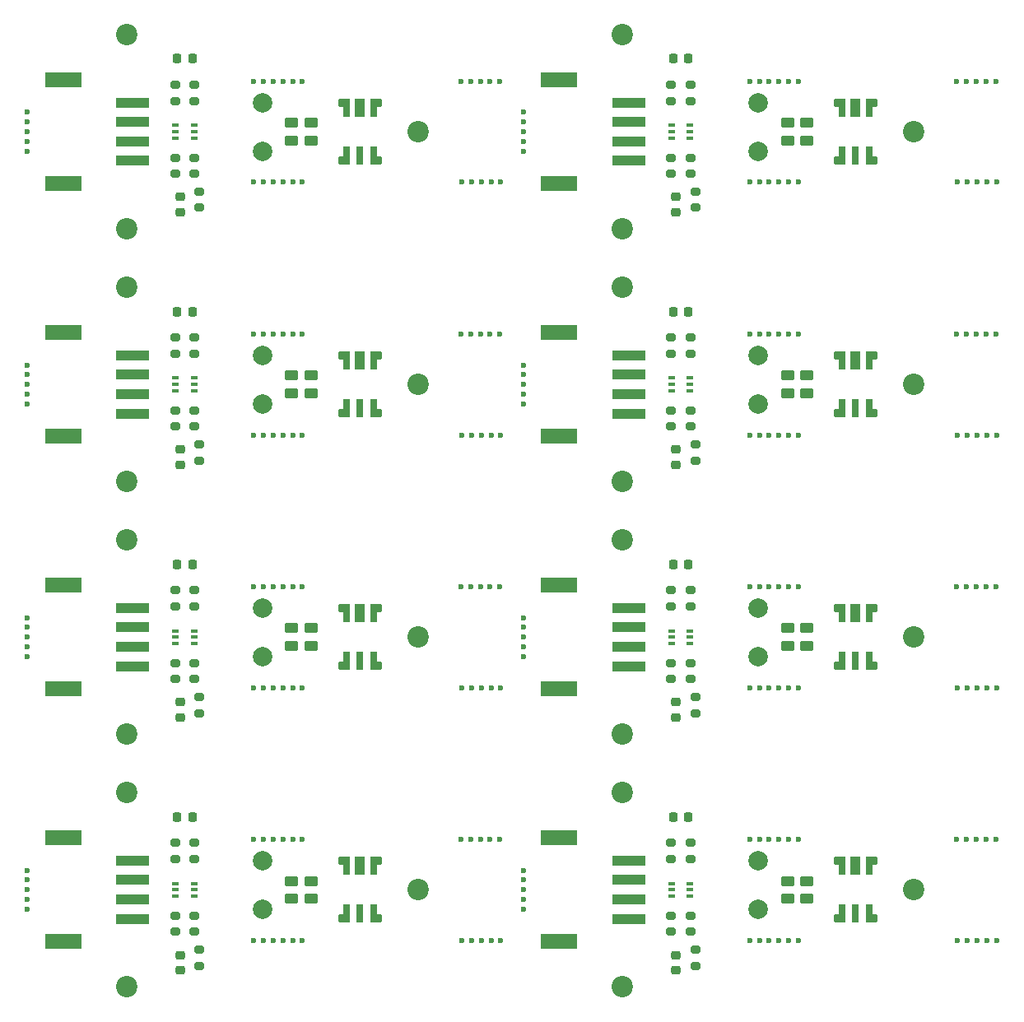
<source format=gbr>
%TF.GenerationSoftware,KiCad,Pcbnew,9.0.3*%
%TF.CreationDate,2025-08-08T18:23:31+02:00*%
%TF.ProjectId,iagabel-panel,69616761-6265-46c2-9d70-616e656c2e6b,rev?*%
%TF.SameCoordinates,Original*%
%TF.FileFunction,Soldermask,Top*%
%TF.FilePolarity,Negative*%
%FSLAX46Y46*%
G04 Gerber Fmt 4.6, Leading zero omitted, Abs format (unit mm)*
G04 Created by KiCad (PCBNEW 9.0.3) date 2025-08-08 18:23:31*
%MOMM*%
%LPD*%
G01*
G04 APERTURE LIST*
G04 Aperture macros list*
%AMRoundRect*
0 Rectangle with rounded corners*
0 $1 Rounding radius*
0 $2 $3 $4 $5 $6 $7 $8 $9 X,Y pos of 4 corners*
0 Add a 4 corners polygon primitive as box body*
4,1,4,$2,$3,$4,$5,$6,$7,$8,$9,$2,$3,0*
0 Add four circle primitives for the rounded corners*
1,1,$1+$1,$2,$3*
1,1,$1+$1,$4,$5*
1,1,$1+$1,$6,$7*
1,1,$1+$1,$8,$9*
0 Add four rect primitives between the rounded corners*
20,1,$1+$1,$2,$3,$4,$5,0*
20,1,$1+$1,$4,$5,$6,$7,0*
20,1,$1+$1,$6,$7,$8,$9,0*
20,1,$1+$1,$8,$9,$2,$3,0*%
G04 Aperture macros list end*
%ADD10RoundRect,0.250000X0.450000X-0.262500X0.450000X0.262500X-0.450000X0.262500X-0.450000X-0.262500X0*%
%ADD11C,2.000000*%
%ADD12RoundRect,0.200000X0.275000X-0.200000X0.275000X0.200000X-0.275000X0.200000X-0.275000X-0.200000X0*%
%ADD13RoundRect,0.100000X0.225000X0.100000X-0.225000X0.100000X-0.225000X-0.100000X0.225000X-0.100000X0*%
%ADD14RoundRect,0.200000X-0.275000X0.200000X-0.275000X-0.200000X0.275000X-0.200000X0.275000X0.200000X0*%
%ADD15RoundRect,0.218750X-0.256250X0.218750X-0.256250X-0.218750X0.256250X-0.218750X0.256250X0.218750X0*%
%ADD16C,2.200000*%
%ADD17RoundRect,0.225000X-0.225000X-0.250000X0.225000X-0.250000X0.225000X0.250000X-0.225000X0.250000X0*%
%ADD18R,0.700000X1.900000*%
%ADD19RoundRect,0.135000X-0.465000X-0.315000X0.465000X-0.315000X0.465000X0.315000X-0.465000X0.315000X0*%
%ADD20R,1.000000X1.900000*%
%ADD21R,3.800000X1.500000*%
%ADD22R,3.500000X1.000000*%
%ADD23C,0.600000*%
G04 APERTURE END LIST*
D10*
%TO.C,R2*%
X27000000Y-87087500D03*
X27000000Y-88912500D03*
%TD*%
D11*
%TO.C,TP2*%
X24000000Y-85000000D03*
%TD*%
D12*
%TO.C,R4*%
X15000000Y-83175000D03*
X15000000Y-84825000D03*
%TD*%
D13*
%TO.C,U1*%
X15050000Y-88650000D03*
X15050000Y-88000000D03*
X15050000Y-87350000D03*
X16950000Y-87350000D03*
X16950000Y-88000000D03*
X16950000Y-88650000D03*
%TD*%
D14*
%TO.C,R7*%
X17000000Y-92325000D03*
X17000000Y-90675000D03*
%TD*%
D11*
%TO.C,TP1*%
X24000000Y-90000000D03*
%TD*%
D15*
%TO.C,D1*%
X15500000Y-96287500D03*
X15500000Y-94712500D03*
%TD*%
D16*
%TO.C,H1*%
X10000000Y-78000000D03*
%TD*%
D14*
%TO.C,R6*%
X15000000Y-92325000D03*
X15000000Y-90675000D03*
%TD*%
%TO.C,R5*%
X17500000Y-95825000D03*
X17500000Y-94175000D03*
%TD*%
D17*
%TO.C,C1*%
X16775000Y-80500000D03*
X15225000Y-80500000D03*
%TD*%
D18*
%TO.C,K1*%
X32600000Y-85550000D03*
D19*
X32350000Y-85050000D03*
D20*
X34000000Y-85550000D03*
D19*
X35650000Y-85050000D03*
D18*
X35400000Y-85550000D03*
D19*
X35650000Y-90950000D03*
D18*
X35400000Y-90450000D03*
X34000000Y-90450000D03*
X32600000Y-90450000D03*
D19*
X32350000Y-90950000D03*
%TD*%
D12*
%TO.C,R3*%
X17000000Y-83175000D03*
X17000000Y-84825000D03*
%TD*%
D16*
%TO.C,H3*%
X10000000Y-98000000D03*
%TD*%
%TO.C,H2*%
X40000000Y-88000000D03*
%TD*%
D21*
%TO.C,J1*%
X3500000Y-93350000D03*
X3500000Y-82650000D03*
D22*
X10650000Y-85000000D03*
X10650000Y-87000000D03*
X10650000Y-89000000D03*
X10650000Y-91000000D03*
%TD*%
D10*
%TO.C,R1*%
X29000000Y-87087500D03*
X29000000Y-88912500D03*
%TD*%
D23*
%TO.C,REF\u002A\u002A3*%
X25100000Y-93200000D03*
%TD*%
%TO.C,REF\u002A\u002A3*%
X25100000Y-82800000D03*
%TD*%
%TO.C,REF\u002A\u002A2*%
X24100000Y-93200000D03*
%TD*%
%TO.C,REF\u002A\u002A7*%
X-200000Y-88000000D03*
%TD*%
%TO.C,REF\u002A\u002A1*%
X23100000Y-93200000D03*
%TD*%
%TO.C,REF\u002A\u002A4*%
X26100000Y-93200000D03*
%TD*%
%TO.C,REF\u002A\u002A11*%
X46400000Y-82800000D03*
%TD*%
%TO.C,REF\u002A\u002A5*%
X-200000Y-86000000D03*
%TD*%
%TO.C,REF\u002A\u002A*%
X28100000Y-93200000D03*
%TD*%
%TO.C,REF\u002A\u002A2*%
X24100000Y-82800000D03*
%TD*%
%TO.C,REF\u002A\u002A5*%
X48500000Y-93200000D03*
%TD*%
%TO.C,REF\u002A\u002A1*%
X23100000Y-82800000D03*
%TD*%
%TO.C,REF\u002A\u002A9*%
X44400000Y-82800000D03*
%TD*%
%TO.C,REF\u002A\u002A11*%
X46500000Y-93200000D03*
%TD*%
%TO.C,REF\u002A\u002A*%
X27100000Y-93200000D03*
%TD*%
%TO.C,REF\u002A\u002A4*%
X26100000Y-82800000D03*
%TD*%
%TO.C,REF\u002A\u002A*%
X28100000Y-82800000D03*
%TD*%
%TO.C,REF\u002A\u002A8*%
X-200000Y-89000000D03*
%TD*%
%TO.C,REF\u002A\u002A*%
X27100000Y-82800000D03*
%TD*%
%TO.C,REF\u002A\u002A10*%
X45500000Y-93200000D03*
%TD*%
%TO.C,REF\u002A\u002A*%
X-200000Y-90000000D03*
%TD*%
%TO.C,REF\u002A\u002A10*%
X45400000Y-82800000D03*
%TD*%
%TO.C,REF\u002A\u002A6*%
X-200000Y-87000000D03*
%TD*%
%TO.C,REF\u002A\u002A5*%
X48400000Y-82800000D03*
%TD*%
%TO.C,REF\u002A\u002A12*%
X47500000Y-93200000D03*
%TD*%
%TO.C,REF\u002A\u002A12*%
X47400000Y-82800000D03*
%TD*%
%TO.C,REF\u002A\u002A9*%
X44500000Y-93200000D03*
%TD*%
D17*
%TO.C,C1*%
X67775000Y-54500000D03*
X66225000Y-54500000D03*
%TD*%
D12*
%TO.C,R4*%
X66000000Y-57175000D03*
X66000000Y-58825000D03*
%TD*%
D16*
%TO.C,H2*%
X91000000Y-62000000D03*
%TD*%
D21*
%TO.C,J1*%
X54500000Y-67350000D03*
X54500000Y-56650000D03*
D22*
X61650000Y-59000000D03*
X61650000Y-61000000D03*
X61650000Y-63000000D03*
X61650000Y-65000000D03*
%TD*%
D16*
%TO.C,H1*%
X61000000Y-52000000D03*
%TD*%
D15*
%TO.C,D1*%
X66500000Y-70287500D03*
X66500000Y-68712500D03*
%TD*%
D12*
%TO.C,R3*%
X68000000Y-57175000D03*
X68000000Y-58825000D03*
%TD*%
D14*
%TO.C,R6*%
X66000000Y-66325000D03*
X66000000Y-64675000D03*
%TD*%
%TO.C,R5*%
X68500000Y-69825000D03*
X68500000Y-68175000D03*
%TD*%
D13*
%TO.C,U1*%
X66050000Y-62650000D03*
X66050000Y-62000000D03*
X66050000Y-61350000D03*
X67950000Y-61350000D03*
X67950000Y-62000000D03*
X67950000Y-62650000D03*
%TD*%
D14*
%TO.C,R7*%
X68000000Y-66325000D03*
X68000000Y-64675000D03*
%TD*%
D18*
%TO.C,K1*%
X83600000Y-59550000D03*
D19*
X83350000Y-59050000D03*
D20*
X85000000Y-59550000D03*
D19*
X86650000Y-59050000D03*
D18*
X86400000Y-59550000D03*
D19*
X86650000Y-64950000D03*
D18*
X86400000Y-64450000D03*
X85000000Y-64450000D03*
X83600000Y-64450000D03*
D19*
X83350000Y-64950000D03*
%TD*%
D16*
%TO.C,H3*%
X61000000Y-72000000D03*
%TD*%
D10*
%TO.C,R1*%
X80000000Y-61087500D03*
X80000000Y-62912500D03*
%TD*%
%TO.C,R2*%
X78000000Y-61087500D03*
X78000000Y-62912500D03*
%TD*%
D11*
%TO.C,TP1*%
X75000000Y-64000000D03*
%TD*%
%TO.C,TP2*%
X75000000Y-59000000D03*
%TD*%
D23*
%TO.C,REF\u002A\u002A3*%
X76100000Y-67200000D03*
%TD*%
%TO.C,REF\u002A\u002A3*%
X76100000Y-56800000D03*
%TD*%
%TO.C,REF\u002A\u002A2*%
X75100000Y-67200000D03*
%TD*%
%TO.C,REF\u002A\u002A7*%
X50800000Y-62000000D03*
%TD*%
%TO.C,REF\u002A\u002A1*%
X74100000Y-67200000D03*
%TD*%
%TO.C,REF\u002A\u002A4*%
X77100000Y-67200000D03*
%TD*%
%TO.C,REF\u002A\u002A11*%
X97400000Y-56800000D03*
%TD*%
%TO.C,REF\u002A\u002A5*%
X50800000Y-60000000D03*
%TD*%
%TO.C,REF\u002A\u002A*%
X79100000Y-67200000D03*
%TD*%
%TO.C,REF\u002A\u002A2*%
X75100000Y-56800000D03*
%TD*%
%TO.C,REF\u002A\u002A5*%
X99500000Y-67200000D03*
%TD*%
%TO.C,REF\u002A\u002A1*%
X74100000Y-56800000D03*
%TD*%
%TO.C,REF\u002A\u002A9*%
X95400000Y-56800000D03*
%TD*%
%TO.C,REF\u002A\u002A11*%
X97500000Y-67200000D03*
%TD*%
%TO.C,REF\u002A\u002A*%
X78100000Y-67200000D03*
%TD*%
%TO.C,REF\u002A\u002A4*%
X77100000Y-56800000D03*
%TD*%
%TO.C,REF\u002A\u002A*%
X79100000Y-56800000D03*
%TD*%
%TO.C,REF\u002A\u002A8*%
X50800000Y-63000000D03*
%TD*%
%TO.C,REF\u002A\u002A*%
X78100000Y-56800000D03*
%TD*%
%TO.C,REF\u002A\u002A10*%
X96500000Y-67200000D03*
%TD*%
%TO.C,REF\u002A\u002A*%
X50800000Y-64000000D03*
%TD*%
%TO.C,REF\u002A\u002A10*%
X96400000Y-56800000D03*
%TD*%
%TO.C,REF\u002A\u002A6*%
X50800000Y-61000000D03*
%TD*%
%TO.C,REF\u002A\u002A5*%
X99400000Y-56800000D03*
%TD*%
%TO.C,REF\u002A\u002A12*%
X98500000Y-67200000D03*
%TD*%
%TO.C,REF\u002A\u002A12*%
X98400000Y-56800000D03*
%TD*%
%TO.C,REF\u002A\u002A9*%
X95500000Y-67200000D03*
%TD*%
D14*
%TO.C,R5*%
X17500000Y-69825000D03*
X17500000Y-68175000D03*
%TD*%
D18*
%TO.C,K1*%
X32600000Y-59550000D03*
D19*
X32350000Y-59050000D03*
D20*
X34000000Y-59550000D03*
D19*
X35650000Y-59050000D03*
D18*
X35400000Y-59550000D03*
D19*
X35650000Y-64950000D03*
D18*
X35400000Y-64450000D03*
X34000000Y-64450000D03*
X32600000Y-64450000D03*
D19*
X32350000Y-64950000D03*
%TD*%
D15*
%TO.C,D1*%
X15500000Y-70287500D03*
X15500000Y-68712500D03*
%TD*%
D16*
%TO.C,H1*%
X10000000Y-52000000D03*
%TD*%
D14*
%TO.C,R6*%
X15000000Y-66325000D03*
X15000000Y-64675000D03*
%TD*%
D13*
%TO.C,U1*%
X15050000Y-62650000D03*
X15050000Y-62000000D03*
X15050000Y-61350000D03*
X16950000Y-61350000D03*
X16950000Y-62000000D03*
X16950000Y-62650000D03*
%TD*%
D17*
%TO.C,C1*%
X16775000Y-54500000D03*
X15225000Y-54500000D03*
%TD*%
D14*
%TO.C,R7*%
X17000000Y-66325000D03*
X17000000Y-64675000D03*
%TD*%
D16*
%TO.C,H2*%
X40000000Y-62000000D03*
%TD*%
%TO.C,H3*%
X10000000Y-72000000D03*
%TD*%
D21*
%TO.C,J1*%
X3500000Y-67350000D03*
X3500000Y-56650000D03*
D22*
X10650000Y-59000000D03*
X10650000Y-61000000D03*
X10650000Y-63000000D03*
X10650000Y-65000000D03*
%TD*%
D12*
%TO.C,R4*%
X15000000Y-57175000D03*
X15000000Y-58825000D03*
%TD*%
D11*
%TO.C,TP1*%
X24000000Y-64000000D03*
%TD*%
D10*
%TO.C,R2*%
X27000000Y-61087500D03*
X27000000Y-62912500D03*
%TD*%
D11*
%TO.C,TP2*%
X24000000Y-59000000D03*
%TD*%
D12*
%TO.C,R3*%
X17000000Y-57175000D03*
X17000000Y-58825000D03*
%TD*%
D10*
%TO.C,R1*%
X29000000Y-61087500D03*
X29000000Y-62912500D03*
%TD*%
D23*
%TO.C,REF\u002A\u002A3*%
X25100000Y-67200000D03*
%TD*%
%TO.C,REF\u002A\u002A3*%
X25100000Y-56800000D03*
%TD*%
%TO.C,REF\u002A\u002A2*%
X24100000Y-67200000D03*
%TD*%
%TO.C,REF\u002A\u002A7*%
X-200000Y-62000000D03*
%TD*%
%TO.C,REF\u002A\u002A1*%
X23100000Y-67200000D03*
%TD*%
%TO.C,REF\u002A\u002A4*%
X26100000Y-67200000D03*
%TD*%
%TO.C,REF\u002A\u002A11*%
X46400000Y-56800000D03*
%TD*%
%TO.C,REF\u002A\u002A5*%
X-200000Y-60000000D03*
%TD*%
%TO.C,REF\u002A\u002A*%
X28100000Y-67200000D03*
%TD*%
%TO.C,REF\u002A\u002A2*%
X24100000Y-56800000D03*
%TD*%
%TO.C,REF\u002A\u002A5*%
X48500000Y-67200000D03*
%TD*%
%TO.C,REF\u002A\u002A1*%
X23100000Y-56800000D03*
%TD*%
%TO.C,REF\u002A\u002A9*%
X44400000Y-56800000D03*
%TD*%
%TO.C,REF\u002A\u002A11*%
X46500000Y-67200000D03*
%TD*%
%TO.C,REF\u002A\u002A*%
X27100000Y-67200000D03*
%TD*%
%TO.C,REF\u002A\u002A4*%
X26100000Y-56800000D03*
%TD*%
%TO.C,REF\u002A\u002A*%
X28100000Y-56800000D03*
%TD*%
%TO.C,REF\u002A\u002A8*%
X-200000Y-63000000D03*
%TD*%
%TO.C,REF\u002A\u002A*%
X27100000Y-56800000D03*
%TD*%
%TO.C,REF\u002A\u002A10*%
X45500000Y-67200000D03*
%TD*%
%TO.C,REF\u002A\u002A*%
X-200000Y-64000000D03*
%TD*%
%TO.C,REF\u002A\u002A10*%
X45400000Y-56800000D03*
%TD*%
%TO.C,REF\u002A\u002A6*%
X-200000Y-61000000D03*
%TD*%
%TO.C,REF\u002A\u002A5*%
X48400000Y-56800000D03*
%TD*%
%TO.C,REF\u002A\u002A12*%
X47500000Y-67200000D03*
%TD*%
%TO.C,REF\u002A\u002A12*%
X47400000Y-56800000D03*
%TD*%
%TO.C,REF\u002A\u002A9*%
X44500000Y-67200000D03*
%TD*%
D12*
%TO.C,R3*%
X68000000Y-31175000D03*
X68000000Y-32825000D03*
%TD*%
D11*
%TO.C,TP1*%
X75000000Y-38000000D03*
%TD*%
D18*
%TO.C,K1*%
X83600000Y-33550000D03*
D19*
X83350000Y-33050000D03*
D20*
X85000000Y-33550000D03*
D19*
X86650000Y-33050000D03*
D18*
X86400000Y-33550000D03*
D19*
X86650000Y-38950000D03*
D18*
X86400000Y-38450000D03*
X85000000Y-38450000D03*
X83600000Y-38450000D03*
D19*
X83350000Y-38950000D03*
%TD*%
D10*
%TO.C,R1*%
X80000000Y-35087500D03*
X80000000Y-36912500D03*
%TD*%
D15*
%TO.C,D1*%
X66500000Y-44287500D03*
X66500000Y-42712500D03*
%TD*%
D16*
%TO.C,H1*%
X61000000Y-26000000D03*
%TD*%
D14*
%TO.C,R6*%
X66000000Y-40325000D03*
X66000000Y-38675000D03*
%TD*%
%TO.C,R5*%
X68500000Y-43825000D03*
X68500000Y-42175000D03*
%TD*%
D13*
%TO.C,U1*%
X66050000Y-36650000D03*
X66050000Y-36000000D03*
X66050000Y-35350000D03*
X67950000Y-35350000D03*
X67950000Y-36000000D03*
X67950000Y-36650000D03*
%TD*%
D17*
%TO.C,C1*%
X67775000Y-28500000D03*
X66225000Y-28500000D03*
%TD*%
D14*
%TO.C,R7*%
X68000000Y-40325000D03*
X68000000Y-38675000D03*
%TD*%
D10*
%TO.C,R2*%
X78000000Y-35087500D03*
X78000000Y-36912500D03*
%TD*%
D16*
%TO.C,H3*%
X61000000Y-46000000D03*
%TD*%
%TO.C,H2*%
X91000000Y-36000000D03*
%TD*%
D11*
%TO.C,TP2*%
X75000000Y-33000000D03*
%TD*%
D12*
%TO.C,R4*%
X66000000Y-31175000D03*
X66000000Y-32825000D03*
%TD*%
D21*
%TO.C,J1*%
X54500000Y-41350000D03*
X54500000Y-30650000D03*
D22*
X61650000Y-33000000D03*
X61650000Y-35000000D03*
X61650000Y-37000000D03*
X61650000Y-39000000D03*
%TD*%
D23*
%TO.C,REF\u002A\u002A3*%
X76100000Y-41200000D03*
%TD*%
%TO.C,REF\u002A\u002A3*%
X76100000Y-30800000D03*
%TD*%
%TO.C,REF\u002A\u002A2*%
X75100000Y-41200000D03*
%TD*%
%TO.C,REF\u002A\u002A7*%
X50800000Y-36000000D03*
%TD*%
%TO.C,REF\u002A\u002A1*%
X74100000Y-41200000D03*
%TD*%
%TO.C,REF\u002A\u002A4*%
X77100000Y-41200000D03*
%TD*%
%TO.C,REF\u002A\u002A11*%
X97400000Y-30800000D03*
%TD*%
%TO.C,REF\u002A\u002A5*%
X50800000Y-34000000D03*
%TD*%
%TO.C,REF\u002A\u002A*%
X79100000Y-41200000D03*
%TD*%
%TO.C,REF\u002A\u002A2*%
X75100000Y-30800000D03*
%TD*%
%TO.C,REF\u002A\u002A5*%
X99500000Y-41200000D03*
%TD*%
%TO.C,REF\u002A\u002A1*%
X74100000Y-30800000D03*
%TD*%
%TO.C,REF\u002A\u002A9*%
X95400000Y-30800000D03*
%TD*%
%TO.C,REF\u002A\u002A11*%
X97500000Y-41200000D03*
%TD*%
%TO.C,REF\u002A\u002A*%
X78100000Y-41200000D03*
%TD*%
%TO.C,REF\u002A\u002A4*%
X77100000Y-30800000D03*
%TD*%
%TO.C,REF\u002A\u002A*%
X79100000Y-30800000D03*
%TD*%
%TO.C,REF\u002A\u002A8*%
X50800000Y-37000000D03*
%TD*%
%TO.C,REF\u002A\u002A*%
X78100000Y-30800000D03*
%TD*%
%TO.C,REF\u002A\u002A10*%
X96500000Y-41200000D03*
%TD*%
%TO.C,REF\u002A\u002A*%
X50800000Y-38000000D03*
%TD*%
%TO.C,REF\u002A\u002A10*%
X96400000Y-30800000D03*
%TD*%
%TO.C,REF\u002A\u002A6*%
X50800000Y-35000000D03*
%TD*%
%TO.C,REF\u002A\u002A5*%
X99400000Y-30800000D03*
%TD*%
%TO.C,REF\u002A\u002A12*%
X98500000Y-41200000D03*
%TD*%
%TO.C,REF\u002A\u002A12*%
X98400000Y-30800000D03*
%TD*%
%TO.C,REF\u002A\u002A9*%
X95500000Y-41200000D03*
%TD*%
D11*
%TO.C,TP1*%
X24000000Y-38000000D03*
%TD*%
D14*
%TO.C,R5*%
X17500000Y-43825000D03*
X17500000Y-42175000D03*
%TD*%
D16*
%TO.C,H2*%
X40000000Y-36000000D03*
%TD*%
D15*
%TO.C,D1*%
X15500000Y-44287500D03*
X15500000Y-42712500D03*
%TD*%
D16*
%TO.C,H1*%
X10000000Y-26000000D03*
%TD*%
D14*
%TO.C,R6*%
X15000000Y-40325000D03*
X15000000Y-38675000D03*
%TD*%
D13*
%TO.C,U1*%
X15050000Y-36650000D03*
X15050000Y-36000000D03*
X15050000Y-35350000D03*
X16950000Y-35350000D03*
X16950000Y-36000000D03*
X16950000Y-36650000D03*
%TD*%
D17*
%TO.C,C1*%
X16775000Y-28500000D03*
X15225000Y-28500000D03*
%TD*%
D14*
%TO.C,R7*%
X17000000Y-40325000D03*
X17000000Y-38675000D03*
%TD*%
D18*
%TO.C,K1*%
X32600000Y-33550000D03*
D19*
X32350000Y-33050000D03*
D20*
X34000000Y-33550000D03*
D19*
X35650000Y-33050000D03*
D18*
X35400000Y-33550000D03*
D19*
X35650000Y-38950000D03*
D18*
X35400000Y-38450000D03*
X34000000Y-38450000D03*
X32600000Y-38450000D03*
D19*
X32350000Y-38950000D03*
%TD*%
D16*
%TO.C,H3*%
X10000000Y-46000000D03*
%TD*%
D12*
%TO.C,R4*%
X15000000Y-31175000D03*
X15000000Y-32825000D03*
%TD*%
D10*
%TO.C,R2*%
X27000000Y-35087500D03*
X27000000Y-36912500D03*
%TD*%
D12*
%TO.C,R3*%
X17000000Y-31175000D03*
X17000000Y-32825000D03*
%TD*%
D10*
%TO.C,R1*%
X29000000Y-35087500D03*
X29000000Y-36912500D03*
%TD*%
D11*
%TO.C,TP2*%
X24000000Y-33000000D03*
%TD*%
D21*
%TO.C,J1*%
X3500000Y-41350000D03*
X3500000Y-30650000D03*
D22*
X10650000Y-33000000D03*
X10650000Y-35000000D03*
X10650000Y-37000000D03*
X10650000Y-39000000D03*
%TD*%
D23*
%TO.C,REF\u002A\u002A3*%
X25100000Y-41200000D03*
%TD*%
%TO.C,REF\u002A\u002A3*%
X25100000Y-30800000D03*
%TD*%
%TO.C,REF\u002A\u002A2*%
X24100000Y-41200000D03*
%TD*%
%TO.C,REF\u002A\u002A7*%
X-200000Y-36000000D03*
%TD*%
%TO.C,REF\u002A\u002A1*%
X23100000Y-41200000D03*
%TD*%
%TO.C,REF\u002A\u002A4*%
X26100000Y-41200000D03*
%TD*%
%TO.C,REF\u002A\u002A11*%
X46400000Y-30800000D03*
%TD*%
%TO.C,REF\u002A\u002A5*%
X-200000Y-34000000D03*
%TD*%
%TO.C,REF\u002A\u002A*%
X28100000Y-41200000D03*
%TD*%
%TO.C,REF\u002A\u002A2*%
X24100000Y-30800000D03*
%TD*%
%TO.C,REF\u002A\u002A5*%
X48500000Y-41200000D03*
%TD*%
%TO.C,REF\u002A\u002A1*%
X23100000Y-30800000D03*
%TD*%
%TO.C,REF\u002A\u002A9*%
X44400000Y-30800000D03*
%TD*%
%TO.C,REF\u002A\u002A11*%
X46500000Y-41200000D03*
%TD*%
%TO.C,REF\u002A\u002A*%
X27100000Y-41200000D03*
%TD*%
%TO.C,REF\u002A\u002A4*%
X26100000Y-30800000D03*
%TD*%
%TO.C,REF\u002A\u002A*%
X28100000Y-30800000D03*
%TD*%
%TO.C,REF\u002A\u002A8*%
X-200000Y-37000000D03*
%TD*%
%TO.C,REF\u002A\u002A*%
X27100000Y-30800000D03*
%TD*%
%TO.C,REF\u002A\u002A10*%
X45500000Y-41200000D03*
%TD*%
%TO.C,REF\u002A\u002A*%
X-200000Y-38000000D03*
%TD*%
%TO.C,REF\u002A\u002A10*%
X45400000Y-30800000D03*
%TD*%
%TO.C,REF\u002A\u002A6*%
X-200000Y-35000000D03*
%TD*%
%TO.C,REF\u002A\u002A5*%
X48400000Y-30800000D03*
%TD*%
%TO.C,REF\u002A\u002A12*%
X47500000Y-41200000D03*
%TD*%
%TO.C,REF\u002A\u002A12*%
X47400000Y-30800000D03*
%TD*%
%TO.C,REF\u002A\u002A9*%
X44500000Y-41200000D03*
%TD*%
D13*
%TO.C,U1*%
X66050000Y-10650000D03*
X66050000Y-10000000D03*
X66050000Y-9350000D03*
X67950000Y-9350000D03*
X67950000Y-10000000D03*
X67950000Y-10650000D03*
%TD*%
D15*
%TO.C,D1*%
X66500000Y-18287500D03*
X66500000Y-16712500D03*
%TD*%
D18*
%TO.C,K1*%
X83600000Y-7550000D03*
D19*
X83350000Y-7050000D03*
D20*
X85000000Y-7550000D03*
D19*
X86650000Y-7050000D03*
D18*
X86400000Y-7550000D03*
D19*
X86650000Y-12950000D03*
D18*
X86400000Y-12450000D03*
X85000000Y-12450000D03*
X83600000Y-12450000D03*
D19*
X83350000Y-12950000D03*
%TD*%
D16*
%TO.C,H1*%
X61000000Y0D03*
%TD*%
D14*
%TO.C,R6*%
X66000000Y-14325000D03*
X66000000Y-12675000D03*
%TD*%
%TO.C,R5*%
X68500000Y-17825000D03*
X68500000Y-16175000D03*
%TD*%
D17*
%TO.C,C1*%
X67775000Y-2500000D03*
X66225000Y-2500000D03*
%TD*%
D14*
%TO.C,R7*%
X68000000Y-14325000D03*
X68000000Y-12675000D03*
%TD*%
D16*
%TO.C,H3*%
X61000000Y-20000000D03*
%TD*%
%TO.C,H2*%
X91000000Y-10000000D03*
%TD*%
D12*
%TO.C,R4*%
X66000000Y-5175000D03*
X66000000Y-6825000D03*
%TD*%
D11*
%TO.C,TP1*%
X75000000Y-12000000D03*
%TD*%
D12*
%TO.C,R3*%
X68000000Y-5175000D03*
X68000000Y-6825000D03*
%TD*%
D10*
%TO.C,R2*%
X78000000Y-9087500D03*
X78000000Y-10912500D03*
%TD*%
D11*
%TO.C,TP2*%
X75000000Y-7000000D03*
%TD*%
D21*
%TO.C,J1*%
X54500000Y-15350000D03*
X54500000Y-4650000D03*
D22*
X61650000Y-7000000D03*
X61650000Y-9000000D03*
X61650000Y-11000000D03*
X61650000Y-13000000D03*
%TD*%
D10*
%TO.C,R1*%
X80000000Y-9087500D03*
X80000000Y-10912500D03*
%TD*%
D23*
%TO.C,REF\u002A\u002A3*%
X76100000Y-15200000D03*
%TD*%
%TO.C,REF\u002A\u002A3*%
X76100000Y-4800000D03*
%TD*%
%TO.C,REF\u002A\u002A2*%
X75100000Y-15200000D03*
%TD*%
%TO.C,REF\u002A\u002A7*%
X50800000Y-10000000D03*
%TD*%
%TO.C,REF\u002A\u002A1*%
X74100000Y-15200000D03*
%TD*%
%TO.C,REF\u002A\u002A4*%
X77100000Y-15200000D03*
%TD*%
%TO.C,REF\u002A\u002A11*%
X97400000Y-4800000D03*
%TD*%
%TO.C,REF\u002A\u002A5*%
X50800000Y-8000000D03*
%TD*%
%TO.C,REF\u002A\u002A*%
X79100000Y-15200000D03*
%TD*%
%TO.C,REF\u002A\u002A2*%
X75100000Y-4800000D03*
%TD*%
%TO.C,REF\u002A\u002A5*%
X99500000Y-15200000D03*
%TD*%
%TO.C,REF\u002A\u002A1*%
X74100000Y-4800000D03*
%TD*%
%TO.C,REF\u002A\u002A9*%
X95400000Y-4800000D03*
%TD*%
%TO.C,REF\u002A\u002A11*%
X97500000Y-15200000D03*
%TD*%
%TO.C,REF\u002A\u002A*%
X78100000Y-15200000D03*
%TD*%
%TO.C,REF\u002A\u002A4*%
X77100000Y-4800000D03*
%TD*%
%TO.C,REF\u002A\u002A*%
X79100000Y-4800000D03*
%TD*%
%TO.C,REF\u002A\u002A8*%
X50800000Y-11000000D03*
%TD*%
%TO.C,REF\u002A\u002A*%
X78100000Y-4800000D03*
%TD*%
%TO.C,REF\u002A\u002A10*%
X96500000Y-15200000D03*
%TD*%
%TO.C,REF\u002A\u002A*%
X50800000Y-12000000D03*
%TD*%
%TO.C,REF\u002A\u002A10*%
X96400000Y-4800000D03*
%TD*%
%TO.C,REF\u002A\u002A6*%
X50800000Y-9000000D03*
%TD*%
%TO.C,REF\u002A\u002A5*%
X99400000Y-4800000D03*
%TD*%
%TO.C,REF\u002A\u002A12*%
X98500000Y-15200000D03*
%TD*%
%TO.C,REF\u002A\u002A12*%
X98400000Y-4800000D03*
%TD*%
%TO.C,REF\u002A\u002A9*%
X95500000Y-15200000D03*
%TD*%
D11*
%TO.C,TP1*%
X24000000Y-12000000D03*
%TD*%
D12*
%TO.C,R4*%
X15000000Y-5175000D03*
X15000000Y-6825000D03*
%TD*%
D17*
%TO.C,C1*%
X16775000Y-2500000D03*
X15225000Y-2500000D03*
%TD*%
D15*
%TO.C,D1*%
X15500000Y-18287500D03*
X15500000Y-16712500D03*
%TD*%
D16*
%TO.C,H1*%
X10000000Y0D03*
%TD*%
D14*
%TO.C,R6*%
X15000000Y-14325000D03*
X15000000Y-12675000D03*
%TD*%
%TO.C,R5*%
X17500000Y-17825000D03*
X17500000Y-16175000D03*
%TD*%
D13*
%TO.C,U1*%
X15050000Y-10650000D03*
X15050000Y-10000000D03*
X15050000Y-9350000D03*
X16950000Y-9350000D03*
X16950000Y-10000000D03*
X16950000Y-10650000D03*
%TD*%
D14*
%TO.C,R7*%
X17000000Y-14325000D03*
X17000000Y-12675000D03*
%TD*%
D18*
%TO.C,K1*%
X32600000Y-7550000D03*
D19*
X32350000Y-7050000D03*
D20*
X34000000Y-7550000D03*
D19*
X35650000Y-7050000D03*
D18*
X35400000Y-7550000D03*
D19*
X35650000Y-12950000D03*
D18*
X35400000Y-12450000D03*
X34000000Y-12450000D03*
X32600000Y-12450000D03*
D19*
X32350000Y-12950000D03*
%TD*%
D10*
%TO.C,R1*%
X29000000Y-9087500D03*
X29000000Y-10912500D03*
%TD*%
%TO.C,R2*%
X27000000Y-9087500D03*
X27000000Y-10912500D03*
%TD*%
D16*
%TO.C,H3*%
X10000000Y-20000000D03*
%TD*%
%TO.C,H2*%
X40000000Y-10000000D03*
%TD*%
D11*
%TO.C,TP2*%
X24000000Y-7000000D03*
%TD*%
D21*
%TO.C,J1*%
X3500000Y-15350000D03*
X3500000Y-4650000D03*
D22*
X10650000Y-7000000D03*
X10650000Y-9000000D03*
X10650000Y-11000000D03*
X10650000Y-13000000D03*
%TD*%
D12*
%TO.C,R3*%
X17000000Y-5175000D03*
X17000000Y-6825000D03*
%TD*%
D23*
%TO.C,REF\u002A\u002A3*%
X25100000Y-15200000D03*
%TD*%
%TO.C,REF\u002A\u002A3*%
X25100000Y-4800000D03*
%TD*%
%TO.C,REF\u002A\u002A2*%
X24100000Y-15200000D03*
%TD*%
%TO.C,REF\u002A\u002A7*%
X-200000Y-10000000D03*
%TD*%
%TO.C,REF\u002A\u002A1*%
X23100000Y-15200000D03*
%TD*%
%TO.C,REF\u002A\u002A4*%
X26100000Y-15200000D03*
%TD*%
%TO.C,REF\u002A\u002A11*%
X46400000Y-4800000D03*
%TD*%
%TO.C,REF\u002A\u002A5*%
X-200000Y-8000000D03*
%TD*%
%TO.C,REF\u002A\u002A*%
X28100000Y-15200000D03*
%TD*%
%TO.C,REF\u002A\u002A2*%
X24100000Y-4800000D03*
%TD*%
%TO.C,REF\u002A\u002A5*%
X48500000Y-15200000D03*
%TD*%
%TO.C,REF\u002A\u002A1*%
X23100000Y-4800000D03*
%TD*%
%TO.C,REF\u002A\u002A9*%
X44400000Y-4800000D03*
%TD*%
%TO.C,REF\u002A\u002A11*%
X46500000Y-15200000D03*
%TD*%
%TO.C,REF\u002A\u002A*%
X27100000Y-15200000D03*
%TD*%
%TO.C,REF\u002A\u002A4*%
X26100000Y-4800000D03*
%TD*%
%TO.C,REF\u002A\u002A*%
X28100000Y-4800000D03*
%TD*%
%TO.C,REF\u002A\u002A8*%
X-200000Y-11000000D03*
%TD*%
%TO.C,REF\u002A\u002A*%
X27100000Y-4800000D03*
%TD*%
%TO.C,REF\u002A\u002A10*%
X45500000Y-15200000D03*
%TD*%
%TO.C,REF\u002A\u002A*%
X-200000Y-12000000D03*
%TD*%
%TO.C,REF\u002A\u002A10*%
X45400000Y-4800000D03*
%TD*%
%TO.C,REF\u002A\u002A6*%
X-200000Y-9000000D03*
%TD*%
%TO.C,REF\u002A\u002A5*%
X48400000Y-4800000D03*
%TD*%
%TO.C,REF\u002A\u002A12*%
X47500000Y-15200000D03*
%TD*%
%TO.C,REF\u002A\u002A12*%
X47400000Y-4800000D03*
%TD*%
%TO.C,REF\u002A\u002A9*%
X44500000Y-15200000D03*
%TD*%
D12*
%TO.C,R3*%
X68000000Y-83175000D03*
X68000000Y-84825000D03*
%TD*%
D10*
%TO.C,R1*%
X80000000Y-87087500D03*
X80000000Y-88912500D03*
%TD*%
D21*
%TO.C,J1*%
X54500000Y-93350000D03*
X54500000Y-82650000D03*
D22*
X61650000Y-85000000D03*
X61650000Y-87000000D03*
X61650000Y-89000000D03*
X61650000Y-91000000D03*
%TD*%
D11*
%TO.C,TP2*%
X75000000Y-85000000D03*
%TD*%
D10*
%TO.C,R2*%
X78000000Y-87087500D03*
X78000000Y-88912500D03*
%TD*%
D11*
%TO.C,TP1*%
X75000000Y-90000000D03*
%TD*%
D12*
%TO.C,R4*%
X66000000Y-83175000D03*
X66000000Y-84825000D03*
%TD*%
D15*
%TO.C,D1*%
X66500000Y-96287500D03*
X66500000Y-94712500D03*
%TD*%
D16*
%TO.C,H1*%
X61000000Y-78000000D03*
%TD*%
D14*
%TO.C,R6*%
X66000000Y-92325000D03*
X66000000Y-90675000D03*
%TD*%
%TO.C,R5*%
X68500000Y-95825000D03*
X68500000Y-94175000D03*
%TD*%
D16*
%TO.C,H2*%
X91000000Y-88000000D03*
%TD*%
D13*
%TO.C,U1*%
X66050000Y-88650000D03*
X66050000Y-88000000D03*
X66050000Y-87350000D03*
X67950000Y-87350000D03*
X67950000Y-88000000D03*
X67950000Y-88650000D03*
%TD*%
D17*
%TO.C,C1*%
X67775000Y-80500000D03*
X66225000Y-80500000D03*
%TD*%
D14*
%TO.C,R7*%
X68000000Y-92325000D03*
X68000000Y-90675000D03*
%TD*%
D18*
%TO.C,K1*%
X83600000Y-85550000D03*
D19*
X83350000Y-85050000D03*
D20*
X85000000Y-85550000D03*
D19*
X86650000Y-85050000D03*
D18*
X86400000Y-85550000D03*
D19*
X86650000Y-90950000D03*
D18*
X86400000Y-90450000D03*
X85000000Y-90450000D03*
X83600000Y-90450000D03*
D19*
X83350000Y-90950000D03*
%TD*%
D16*
%TO.C,H3*%
X61000000Y-98000000D03*
%TD*%
D23*
%TO.C,REF\u002A\u002A1*%
X74100000Y-93200000D03*
%TD*%
%TO.C,REF\u002A\u002A12*%
X98500000Y-93200000D03*
%TD*%
%TO.C,REF\u002A\u002A*%
X79100000Y-93200000D03*
%TD*%
%TO.C,REF\u002A\u002A2*%
X75100000Y-82800000D03*
%TD*%
%TO.C,REF\u002A\u002A1*%
X74100000Y-82800000D03*
%TD*%
%TO.C,REF\u002A\u002A11*%
X97400000Y-82800000D03*
%TD*%
%TO.C,REF\u002A\u002A9*%
X95400000Y-82800000D03*
%TD*%
%TO.C,REF\u002A\u002A11*%
X97500000Y-93200000D03*
%TD*%
%TO.C,REF\u002A\u002A8*%
X50800000Y-89000000D03*
%TD*%
%TO.C,REF\u002A\u002A9*%
X95500000Y-93200000D03*
%TD*%
%TO.C,REF\u002A\u002A2*%
X75100000Y-93200000D03*
%TD*%
%TO.C,REF\u002A\u002A*%
X50800000Y-90000000D03*
%TD*%
%TO.C,REF\u002A\u002A*%
X78100000Y-93200000D03*
%TD*%
%TO.C,REF\u002A\u002A10*%
X96400000Y-82800000D03*
%TD*%
%TO.C,REF\u002A\u002A6*%
X50800000Y-87000000D03*
%TD*%
%TO.C,REF\u002A\u002A5*%
X99400000Y-82800000D03*
%TD*%
%TO.C,REF\u002A\u002A12*%
X98400000Y-82800000D03*
%TD*%
%TO.C,REF\u002A\u002A3*%
X76100000Y-82800000D03*
%TD*%
%TO.C,REF\u002A\u002A*%
X78100000Y-82800000D03*
%TD*%
%TO.C,REF\u002A\u002A3*%
X76100000Y-93200000D03*
%TD*%
%TO.C,REF\u002A\u002A*%
X79100000Y-82800000D03*
%TD*%
%TO.C,REF\u002A\u002A7*%
X50800000Y-88000000D03*
%TD*%
%TO.C,REF\u002A\u002A4*%
X77100000Y-82800000D03*
%TD*%
%TO.C,REF\u002A\u002A4*%
X77100000Y-93200000D03*
%TD*%
%TO.C,REF\u002A\u002A10*%
X96500000Y-93200000D03*
%TD*%
%TO.C,REF\u002A\u002A5*%
X99500000Y-93200000D03*
%TD*%
%TO.C,REF\u002A\u002A5*%
X50800000Y-86000000D03*
%TD*%
M02*

</source>
